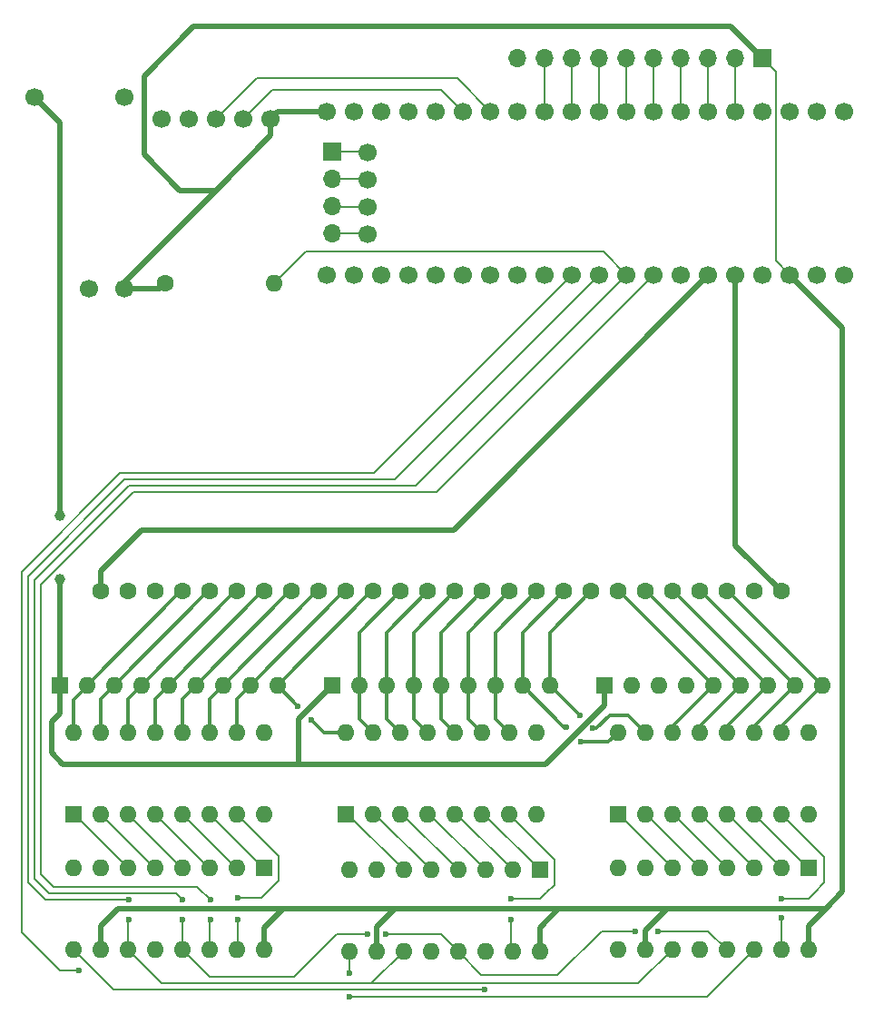
<source format=gbr>
%TF.GenerationSoftware,KiCad,Pcbnew,8.0.4*%
%TF.CreationDate,2024-08-28T21:50:12+12:00*%
%TF.ProjectId,OperationBaldr,4f706572-6174-4696-9f6e-42616c64722e,0.1.1*%
%TF.SameCoordinates,Original*%
%TF.FileFunction,Copper,L1,Top*%
%TF.FilePolarity,Positive*%
%FSLAX46Y46*%
G04 Gerber Fmt 4.6, Leading zero omitted, Abs format (unit mm)*
G04 Created by KiCad (PCBNEW 8.0.4) date 2024-08-28 21:50:12*
%MOMM*%
%LPD*%
G01*
G04 APERTURE LIST*
%TA.AperFunction,ComponentPad*%
%ADD10C,1.700000*%
%TD*%
%TA.AperFunction,ComponentPad*%
%ADD11R,1.600000X1.600000*%
%TD*%
%TA.AperFunction,ComponentPad*%
%ADD12O,1.600000X1.600000*%
%TD*%
%TA.AperFunction,ComponentPad*%
%ADD13C,1.600000*%
%TD*%
%TA.AperFunction,ComponentPad*%
%ADD14R,1.700000X1.700000*%
%TD*%
%TA.AperFunction,ComponentPad*%
%ADD15O,1.700000X1.700000*%
%TD*%
%TA.AperFunction,ViaPad*%
%ADD16C,1.000000*%
%TD*%
%TA.AperFunction,ViaPad*%
%ADD17C,0.600000*%
%TD*%
%TA.AperFunction,Conductor*%
%ADD18C,0.500000*%
%TD*%
%TA.AperFunction,Conductor*%
%ADD19C,0.300000*%
%TD*%
%TA.AperFunction,Conductor*%
%ADD20C,0.130000*%
%TD*%
%TA.AperFunction,Conductor*%
%ADD21C,0.200000*%
%TD*%
G04 APERTURE END LIST*
D10*
%TO.P,U2,1,B12*%
%TO.N,unconnected-(U2-B12-Pad1)*%
X188740000Y-53650000D03*
%TO.P,U2,2,B13*%
%TO.N,unconnected-(U2-B13-Pad2)*%
X186200000Y-53650000D03*
%TO.P,U2,3,B14*%
%TO.N,unconnected-(U2-B14-Pad3)*%
X183660000Y-53650000D03*
%TO.P,U2,4,B15*%
%TO.N,unconnected-(U2-B15-Pad4)*%
X181120000Y-53650000D03*
%TO.P,U2,5,A8*%
%TO.N,/P1*%
X178580000Y-53650000D03*
%TO.P,U2,6,A9*%
%TO.N,/P2*%
X176040000Y-53650000D03*
%TO.P,U2,7,A10*%
%TO.N,/P3*%
X173500000Y-53650000D03*
%TO.P,U2,8,A11*%
%TO.N,/P4*%
X170960000Y-53650000D03*
%TO.P,U2,9,A12*%
%TO.N,/P5*%
X168420000Y-53650000D03*
%TO.P,U2,10,A15*%
%TO.N,/P6*%
X165880000Y-53650000D03*
%TO.P,U2,11,B3*%
%TO.N,/P7*%
X163340000Y-53650000D03*
%TO.P,U2,12,B4*%
%TO.N,/P8*%
X160800000Y-53650000D03*
%TO.P,U2,13,B5*%
%TO.N,unconnected-(U2-B5-Pad13)*%
X158260000Y-53650000D03*
%TO.P,U2,14,B6*%
%TO.N,/SCL*%
X155720000Y-53650000D03*
%TO.P,U2,15,B7*%
%TO.N,/SDA*%
X153180000Y-53650000D03*
%TO.P,U2,16,B8*%
%TO.N,unconnected-(U2-B8-Pad16)*%
X150640000Y-53650000D03*
%TO.P,U2,17,B9*%
%TO.N,unconnected-(U2-B9-Pad17)*%
X148100000Y-53650000D03*
%TO.P,U2,18,5V*%
%TO.N,unconnected-(U2-5V-Pad18)*%
X145560000Y-53650000D03*
%TO.P,U2,19,GND*%
%TO.N,GND*%
X143020000Y-53650000D03*
%TO.P,U2,20,3V3*%
%TO.N,+3V3*%
X140480000Y-53650000D03*
%TO.P,U2,21,VBUS*%
%TO.N,unconnected-(U2-VBUS-Pad21)*%
X140480000Y-68890000D03*
%TO.P,U2,22,C13*%
%TO.N,unconnected-(U2-C13-Pad22)*%
X143020000Y-68890000D03*
%TO.P,U2,23,C14*%
%TO.N,unconnected-(U2-C14-Pad23)*%
X145560000Y-68890000D03*
%TO.P,U2,24,C15*%
%TO.N,unconnected-(U2-C15-Pad24)*%
X148100000Y-68890000D03*
%TO.P,U2,25,R*%
%TO.N,unconnected-(U2-R-Pad25)*%
X150640000Y-68890000D03*
%TO.P,U2,26,A0*%
%TO.N,unconnected-(U2-A0-Pad26)*%
X153180000Y-68890000D03*
%TO.P,U2,27,A1*%
%TO.N,unconnected-(U2-A1-Pad27)*%
X155720000Y-68890000D03*
%TO.P,U2,28,A2*%
%TO.N,unconnected-(U2-A2-Pad28)*%
X158260000Y-68890000D03*
%TO.P,U2,29,A3*%
%TO.N,unconnected-(U2-A3-Pad29)*%
X160800000Y-68890000D03*
%TO.P,U2,30,A4*%
%TO.N,LATCH*%
X163340000Y-68890000D03*
%TO.P,U2,31,A5*%
%TO.N,CLK*%
X165880000Y-68890000D03*
%TO.P,U2,32,A6*%
%TO.N,OE*%
X168420000Y-68890000D03*
%TO.P,U2,33,A7*%
%TO.N,SER*%
X170960000Y-68890000D03*
%TO.P,U2,34,B0*%
%TO.N,unconnected-(U2-B0-Pad34)*%
X173500000Y-68890000D03*
%TO.P,U2,35,B1*%
%TO.N,FILAMENT_1*%
X176040000Y-68890000D03*
%TO.P,U2,36,B2*%
%TO.N,FILAMENT_2*%
X178580000Y-68890000D03*
%TO.P,U2,37,B10*%
%TO.N,unconnected-(U2-B10-Pad37)*%
X181120000Y-68890000D03*
%TO.P,U2,38,3V3*%
%TO.N,+3V3*%
X183660000Y-68890000D03*
%TO.P,U2,39,GND*%
%TO.N,GND*%
X186200000Y-68890000D03*
%TO.P,U2,40,5V*%
%TO.N,unconnected-(U2-5V-Pad40)*%
X188740000Y-68890000D03*
%TO.P,U2,41,3V3*%
%TO.N,/SW_3V3*%
X144290000Y-57460000D03*
%TO.P,U2,42,DIO*%
%TO.N,/SW_DIO*%
X144290000Y-60000000D03*
%TO.P,U2,43,SCK*%
%TO.N,/SW_SCK*%
X144290000Y-62540000D03*
%TO.P,U2,44,GND*%
%TO.N,/SW_GND*%
X144290000Y-65080000D03*
%TD*%
D11*
%TO.P,U4,1,I1*%
%TO.N,GRID_SIGNAL_1*%
X116830000Y-119200000D03*
D12*
%TO.P,U4,2,I2*%
%TO.N,SIGNAL_G*%
X119370000Y-119200000D03*
%TO.P,U4,3,I3*%
%TO.N,GRID_SIGNAL_2*%
X121910000Y-119200000D03*
%TO.P,U4,4,I4*%
%TO.N,SIGNAL_F*%
X124450000Y-119200000D03*
%TO.P,U4,5,I5*%
%TO.N,GRID_SIGNAL_3*%
X126990000Y-119200000D03*
%TO.P,U4,6,I6*%
%TO.N,SIGNAL_E*%
X129530000Y-119200000D03*
%TO.P,U4,7,I7*%
%TO.N,GRID_SIGNAL_4*%
X132070000Y-119200000D03*
%TO.P,U4,8,GND*%
%TO.N,GND*%
X134610000Y-119200000D03*
%TO.P,U4,9,COM*%
%TO.N,unconnected-(U4-COM-Pad9)*%
X134610000Y-111580000D03*
%TO.P,U4,10,O7*%
%TO.N,GRID_4*%
X132070000Y-111580000D03*
%TO.P,U4,11,O6*%
%TO.N,E*%
X129530000Y-111580000D03*
%TO.P,U4,12,O5*%
%TO.N,GRID_3*%
X126990000Y-111580000D03*
%TO.P,U4,13,O4*%
%TO.N,F*%
X124450000Y-111580000D03*
%TO.P,U4,14,O3*%
%TO.N,GRID_2*%
X121910000Y-111580000D03*
%TO.P,U4,15,O2*%
%TO.N,G*%
X119370000Y-111580000D03*
%TO.P,U4,16,O1*%
%TO.N,GRID_1*%
X116830000Y-111580000D03*
%TD*%
D13*
%TO.P,U10,1,Filament_1*%
%TO.N,FILAMENT_1*%
X119380000Y-98425000D03*
%TO.P,U10,2,NC*%
%TO.N,unconnected-(U10-NC-Pad2)*%
X121920000Y-98425000D03*
%TO.P,U10,3,NC*%
%TO.N,unconnected-(U10-NC-Pad3)*%
X124460000Y-98425000D03*
%TO.P,U10,4,Grid_1*%
%TO.N,GRID_1*%
X127000000Y-98425000D03*
%TO.P,U10,5,G*%
%TO.N,G*%
X129540000Y-98425000D03*
%TO.P,U10,6,Grid_2*%
%TO.N,GRID_2*%
X132080000Y-98425000D03*
%TO.P,U10,7,F*%
%TO.N,F*%
X134620000Y-98425000D03*
%TO.P,U10,8,Grid_3*%
%TO.N,GRID_3*%
X137160000Y-98425000D03*
%TO.P,U10,9,E*%
%TO.N,E*%
X139700000Y-98425000D03*
%TO.P,U10,10,Grid_4*%
%TO.N,GRID_4*%
X142240000Y-98425000D03*
%TO.P,U10,11,D*%
%TO.N,D*%
X144780000Y-98425000D03*
%TO.P,U10,12,Grid_5*%
%TO.N,GRID_5*%
X147320000Y-98425000D03*
%TO.P,U10,13,C*%
%TO.N,C*%
X149860000Y-98425000D03*
%TO.P,U10,14,Grid_6*%
%TO.N,GRID_6*%
X152400000Y-98425000D03*
%TO.P,U10,15,DP*%
%TO.N,DP*%
X154940000Y-98425000D03*
%TO.P,U10,16,Grid_7*%
%TO.N,GRID_7*%
X157480000Y-98425000D03*
%TO.P,U10,17,Comma*%
%TO.N,COMMA*%
X160020000Y-98425000D03*
%TO.P,U10,18,Grid_8*%
%TO.N,GRID_8*%
X162560000Y-98425000D03*
%TO.P,U10,19,B*%
%TO.N,B*%
X165100000Y-98425000D03*
%TO.P,U10,20,Grid_9*%
%TO.N,GRID_9*%
X167640000Y-98425000D03*
%TO.P,U10,21,Grid_10*%
%TO.N,GRID_10*%
X170180000Y-98425000D03*
%TO.P,U10,22,A*%
%TO.N,A*%
X172720000Y-98425000D03*
%TO.P,U10,23,Grid_11*%
%TO.N,GRID_11*%
X175260000Y-98425000D03*
%TO.P,U10,24,Hyphen*%
%TO.N,HYPHEN*%
X177800000Y-98425000D03*
%TO.P,U10,25,NC*%
%TO.N,unconnected-(U10-NC-Pad25)*%
X180340000Y-98425000D03*
%TO.P,U10,26,Filament_2*%
%TO.N,FILAMENT_2*%
X182880000Y-98425000D03*
%TD*%
%TO.P,R1,1*%
%TO.N,+3V3*%
X125400000Y-69710000D03*
D12*
%TO.P,R1,2*%
%TO.N,OE*%
X135560000Y-69710000D03*
%TD*%
D11*
%TO.P,U8,1,QB*%
%TO.N,GRID_SIGNAL_11*%
X185410000Y-124200000D03*
D12*
%TO.P,U8,2,QC*%
%TO.N,SIGNAL_A*%
X182870000Y-124200000D03*
%TO.P,U8,3,QD*%
%TO.N,GRID_SIGNAL_10*%
X180330000Y-124200000D03*
%TO.P,U8,4,QE*%
%TO.N,GRID_SIGNAL_9*%
X177790000Y-124200000D03*
%TO.P,U8,5,QF*%
%TO.N,SIGNAL_B*%
X175250000Y-124200000D03*
%TO.P,U8,6,QG*%
%TO.N,GRID_SIGNAL_8*%
X172710000Y-124200000D03*
%TO.P,U8,7,QH*%
%TO.N,unconnected-(U8-QH-Pad7)*%
X170170000Y-124200000D03*
%TO.P,U8,8,GND*%
%TO.N,GND*%
X167630000Y-124200000D03*
%TO.P,U8,9,QH'*%
%TO.N,unconnected-(U8-QH'-Pad9)*%
X167630000Y-131820000D03*
%TO.P,U8,10,~{SRCLR}*%
%TO.N,+3V3*%
X170170000Y-131820000D03*
%TO.P,U8,11,SRCLK*%
%TO.N,CLK*%
X172710000Y-131820000D03*
%TO.P,U8,12,RCLK*%
%TO.N,LATCH*%
X175250000Y-131820000D03*
%TO.P,U8,13,~{OE}*%
%TO.N,OE*%
X177790000Y-131820000D03*
%TO.P,U8,14,SER*%
%TO.N,/SER_CHAIN_2*%
X180330000Y-131820000D03*
%TO.P,U8,15,QA*%
%TO.N,SIGNAL_HYPHEN*%
X182870000Y-131820000D03*
%TO.P,U8,16,VCC*%
%TO.N,+3V3*%
X185410000Y-131820000D03*
%TD*%
D10*
%TO.P,U3,1,3V3*%
%TO.N,+3V3*%
X135260000Y-54330000D03*
%TO.P,U3,2,SDA*%
%TO.N,/SDA*%
X132720000Y-54330000D03*
%TO.P,U3,3,SCL*%
%TO.N,/SCL*%
X130180000Y-54330000D03*
%TO.P,U3,4,NC*%
%TO.N,unconnected-(U3-NC-Pad4)*%
X127640000Y-54330000D03*
%TO.P,U3,5,GND*%
%TO.N,GND*%
X125100000Y-54330000D03*
%TD*%
D11*
%TO.P,RN3,1,common*%
%TO.N,12V*%
X115555000Y-107200000D03*
D12*
%TO.P,RN3,2,R1*%
%TO.N,GRID_1*%
X118095000Y-107200000D03*
%TO.P,RN3,3,R2*%
%TO.N,G*%
X120635000Y-107200000D03*
%TO.P,RN3,4,R3*%
%TO.N,GRID_2*%
X123175000Y-107200000D03*
%TO.P,RN3,5,R4*%
%TO.N,F*%
X125715000Y-107200000D03*
%TO.P,RN3,6,R5*%
%TO.N,GRID_3*%
X128255000Y-107200000D03*
%TO.P,RN3,7,R6*%
%TO.N,E*%
X130795000Y-107200000D03*
%TO.P,RN3,8,R7*%
%TO.N,GRID_4*%
X133335000Y-107200000D03*
%TO.P,RN3,9,R8*%
%TO.N,D*%
X135875000Y-107200000D03*
%TD*%
D11*
%TO.P,U5,1,I1*%
%TO.N,SIGNAL_D*%
X142230000Y-119200000D03*
D12*
%TO.P,U5,2,I2*%
%TO.N,GRID_SIGNAL_5*%
X144770000Y-119200000D03*
%TO.P,U5,3,I3*%
%TO.N,SIGNAL_C*%
X147310000Y-119200000D03*
%TO.P,U5,4,I4*%
%TO.N,GRID_SIGNAL_6*%
X149850000Y-119200000D03*
%TO.P,U5,5,I5*%
%TO.N,SIGNAL_DP*%
X152390000Y-119200000D03*
%TO.P,U5,6,I6*%
%TO.N,GRID_SIGNAL_7*%
X154930000Y-119200000D03*
%TO.P,U5,7,I7*%
%TO.N,SIGNAL_COMMA*%
X157470000Y-119200000D03*
%TO.P,U5,8,GND*%
%TO.N,GND*%
X160010000Y-119200000D03*
%TO.P,U5,9,COM*%
%TO.N,unconnected-(U5-COM-Pad9)*%
X160010000Y-111580000D03*
%TO.P,U5,10,O7*%
%TO.N,COMMA*%
X157470000Y-111580000D03*
%TO.P,U5,11,O6*%
%TO.N,GRID_7*%
X154930000Y-111580000D03*
%TO.P,U5,12,O5*%
%TO.N,DP*%
X152390000Y-111580000D03*
%TO.P,U5,13,O4*%
%TO.N,GRID_6*%
X149850000Y-111580000D03*
%TO.P,U5,14,O3*%
%TO.N,C*%
X147310000Y-111580000D03*
%TO.P,U5,15,O2*%
%TO.N,GRID_5*%
X144770000Y-111580000D03*
%TO.P,U5,16,O1*%
%TO.N,D*%
X142230000Y-111580000D03*
%TD*%
D11*
%TO.P,RN1,1,common*%
%TO.N,12V*%
X166355000Y-107200000D03*
D12*
%TO.P,RN1,2,R1*%
%TO.N,unconnected-(RN1-R1-Pad2)*%
X168895000Y-107200000D03*
%TO.P,RN1,3,R2*%
%TO.N,unconnected-(RN1-R2-Pad3)*%
X171435000Y-107200000D03*
%TO.P,RN1,4,R3*%
%TO.N,unconnected-(RN1-R3-Pad4)*%
X173975000Y-107200000D03*
%TO.P,RN1,5,R4*%
%TO.N,GRID_9*%
X176515000Y-107200000D03*
%TO.P,RN1,6,R5*%
%TO.N,GRID_10*%
X179055000Y-107200000D03*
%TO.P,RN1,7,R6*%
%TO.N,A*%
X181595000Y-107200000D03*
%TO.P,RN1,8,R7*%
%TO.N,GRID_11*%
X184135000Y-107200000D03*
%TO.P,RN1,9,R8*%
%TO.N,HYPHEN*%
X186675000Y-107200000D03*
%TD*%
D11*
%TO.P,U6,1,QB*%
%TO.N,SIGNAL_E*%
X134610000Y-124200000D03*
D12*
%TO.P,U6,2,QC*%
%TO.N,GRID_SIGNAL_3*%
X132070000Y-124200000D03*
%TO.P,U6,3,QD*%
%TO.N,SIGNAL_F*%
X129530000Y-124200000D03*
%TO.P,U6,4,QE*%
%TO.N,GRID_SIGNAL_2*%
X126990000Y-124200000D03*
%TO.P,U6,5,QF*%
%TO.N,SIGNAL_G*%
X124450000Y-124200000D03*
%TO.P,U6,6,QG*%
%TO.N,GRID_SIGNAL_1*%
X121910000Y-124200000D03*
%TO.P,U6,7,QH*%
%TO.N,unconnected-(U6-QH-Pad7)*%
X119370000Y-124200000D03*
%TO.P,U6,8,GND*%
%TO.N,GND*%
X116830000Y-124200000D03*
%TO.P,U6,9,QH'*%
%TO.N,/SER_CHAIN_1*%
X116830000Y-131820000D03*
%TO.P,U6,10,~{SRCLR}*%
%TO.N,+3V3*%
X119370000Y-131820000D03*
%TO.P,U6,11,SRCLK*%
%TO.N,CLK*%
X121910000Y-131820000D03*
%TO.P,U6,12,RCLK*%
%TO.N,LATCH*%
X124450000Y-131820000D03*
%TO.P,U6,13,~{OE}*%
%TO.N,OE*%
X126990000Y-131820000D03*
%TO.P,U6,14,SER*%
%TO.N,SER*%
X129530000Y-131820000D03*
%TO.P,U6,15,QA*%
%TO.N,GRID_SIGNAL_4*%
X132070000Y-131820000D03*
%TO.P,U6,16,VCC*%
%TO.N,+3V3*%
X134610000Y-131820000D03*
%TD*%
D10*
%TO.P,U1,1,GND*%
%TO.N,GND*%
X118255000Y-70210000D03*
%TO.P,U1,2,3V3*%
%TO.N,+3V3*%
X121605000Y-70210000D03*
%TO.P,U1,3,GND*%
%TO.N,GND*%
X121605000Y-52310000D03*
%TO.P,U1,4,12V*%
%TO.N,12V*%
X113215000Y-52310000D03*
%TD*%
D11*
%TO.P,U7,1,QB*%
%TO.N,GRID_SIGNAL_7*%
X160340000Y-124400000D03*
D12*
%TO.P,U7,2,QC*%
%TO.N,SIGNAL_DP*%
X157800000Y-124400000D03*
%TO.P,U7,3,QD*%
%TO.N,GRID_SIGNAL_6*%
X155260000Y-124400000D03*
%TO.P,U7,4,QE*%
%TO.N,SIGNAL_C*%
X152720000Y-124400000D03*
%TO.P,U7,5,QF*%
%TO.N,GRID_SIGNAL_5*%
X150180000Y-124400000D03*
%TO.P,U7,6,QG*%
%TO.N,SIGNAL_D*%
X147640000Y-124400000D03*
%TO.P,U7,7,QH*%
%TO.N,unconnected-(U7-QH-Pad7)*%
X145100000Y-124400000D03*
%TO.P,U7,8,GND*%
%TO.N,GND*%
X142560000Y-124400000D03*
%TO.P,U7,9,QH'*%
%TO.N,/SER_CHAIN_2*%
X142560000Y-132020000D03*
%TO.P,U7,10,~{SRCLR}*%
%TO.N,+3V3*%
X145100000Y-132020000D03*
%TO.P,U7,11,SRCLK*%
%TO.N,CLK*%
X147640000Y-132020000D03*
%TO.P,U7,12,RCLK*%
%TO.N,LATCH*%
X150180000Y-132020000D03*
%TO.P,U7,13,~{OE}*%
%TO.N,OE*%
X152720000Y-132020000D03*
%TO.P,U7,14,SER*%
%TO.N,/SER_CHAIN_1*%
X155260000Y-132020000D03*
%TO.P,U7,15,QA*%
%TO.N,SIGNAL_COMMA*%
X157800000Y-132020000D03*
%TO.P,U7,16,VCC*%
%TO.N,+3V3*%
X160340000Y-132020000D03*
%TD*%
D11*
%TO.P,U9,1,I1*%
%TO.N,GRID_SIGNAL_8*%
X167630000Y-119200000D03*
D12*
%TO.P,U9,2,I2*%
%TO.N,SIGNAL_B*%
X170170000Y-119200000D03*
%TO.P,U9,3,I3*%
%TO.N,GRID_SIGNAL_9*%
X172710000Y-119200000D03*
%TO.P,U9,4,I4*%
%TO.N,GRID_SIGNAL_10*%
X175250000Y-119200000D03*
%TO.P,U9,5,I5*%
%TO.N,SIGNAL_A*%
X177790000Y-119200000D03*
%TO.P,U9,6,I6*%
%TO.N,GRID_SIGNAL_11*%
X180330000Y-119200000D03*
%TO.P,U9,7,I7*%
%TO.N,SIGNAL_HYPHEN*%
X182870000Y-119200000D03*
%TO.P,U9,8,GND*%
%TO.N,GND*%
X185410000Y-119200000D03*
%TO.P,U9,9,COM*%
%TO.N,unconnected-(U9-COM-Pad9)*%
X185410000Y-111580000D03*
%TO.P,U9,10,O7*%
%TO.N,HYPHEN*%
X182870000Y-111580000D03*
%TO.P,U9,11,O6*%
%TO.N,GRID_11*%
X180330000Y-111580000D03*
%TO.P,U9,12,O5*%
%TO.N,A*%
X177790000Y-111580000D03*
%TO.P,U9,13,O4*%
%TO.N,GRID_10*%
X175250000Y-111580000D03*
%TO.P,U9,14,O3*%
%TO.N,GRID_9*%
X172710000Y-111580000D03*
%TO.P,U9,15,O2*%
%TO.N,B*%
X170170000Y-111580000D03*
%TO.P,U9,16,O1*%
%TO.N,GRID_8*%
X167630000Y-111580000D03*
%TD*%
D11*
%TO.P,RN2,1,common*%
%TO.N,12V*%
X140955000Y-107200000D03*
D12*
%TO.P,RN2,2,R1*%
%TO.N,GRID_5*%
X143495000Y-107200000D03*
%TO.P,RN2,3,R2*%
%TO.N,C*%
X146035000Y-107200000D03*
%TO.P,RN2,4,R3*%
%TO.N,GRID_6*%
X148575000Y-107200000D03*
%TO.P,RN2,5,R4*%
%TO.N,DP*%
X151115000Y-107200000D03*
%TO.P,RN2,6,R5*%
%TO.N,GRID_7*%
X153655000Y-107200000D03*
%TO.P,RN2,7,R6*%
%TO.N,COMMA*%
X156195000Y-107200000D03*
%TO.P,RN2,8,R7*%
%TO.N,GRID_8*%
X158735000Y-107200000D03*
%TO.P,RN2,9,R8*%
%TO.N,B*%
X161275000Y-107200000D03*
%TD*%
D14*
%TO.P,J1,1,Pin_1*%
%TO.N,+3V3*%
X181100000Y-48710000D03*
D15*
%TO.P,J1,2,Pin_2*%
%TO.N,/P1*%
X178560000Y-48710000D03*
%TO.P,J1,3,Pin_3*%
%TO.N,/P2*%
X176020000Y-48710000D03*
%TO.P,J1,4,Pin_4*%
%TO.N,/P3*%
X173480000Y-48710000D03*
%TO.P,J1,5,Pin_5*%
%TO.N,/P4*%
X170940000Y-48710000D03*
%TO.P,J1,6,Pin_6*%
%TO.N,/P5*%
X168400000Y-48710000D03*
%TO.P,J1,7,Pin_7*%
%TO.N,/P6*%
X165860000Y-48710000D03*
%TO.P,J1,8,Pin_8*%
%TO.N,/P7*%
X163320000Y-48710000D03*
%TO.P,J1,9,Pin_9*%
%TO.N,/P8*%
X160780000Y-48710000D03*
%TO.P,J1,10,Pin_10*%
%TO.N,GND*%
X158240000Y-48710000D03*
%TD*%
D14*
%TO.P,J2,1,Pin_1*%
%TO.N,/SW_3V3*%
X140955000Y-57450000D03*
D15*
%TO.P,J2,2,Pin_2*%
%TO.N,/SW_DIO*%
X140955000Y-59990000D03*
%TO.P,J2,3,Pin_3*%
%TO.N,/SW_SCK*%
X140955000Y-62530000D03*
%TO.P,J2,4,Pin_4*%
%TO.N,/SW_GND*%
X140955000Y-65070000D03*
%TD*%
D16*
%TO.N,12V*%
X115600000Y-97300000D03*
X115600000Y-91400000D03*
D17*
%TO.N,D*%
X139010000Y-110380000D03*
X137760000Y-109110000D03*
%TO.N,B*%
X165280331Y-111200331D03*
X164100000Y-109990000D03*
%TO.N,GRID_8*%
X162840000Y-111060000D03*
X164180000Y-112480000D03*
%TO.N,OE*%
X146000000Y-130400000D03*
X144300000Y-130400000D03*
X171400000Y-130100000D03*
X169300000Y-130100000D03*
X127000000Y-129000000D03*
X127000000Y-127200000D03*
%TO.N,GRID_SIGNAL_4*%
X132200000Y-129000000D03*
X132200000Y-127000000D03*
%TO.N,SIGNAL_COMMA*%
X157700000Y-127100000D03*
X157700000Y-129000000D03*
%TO.N,SIGNAL_HYPHEN*%
X182900000Y-128900000D03*
X182900000Y-127100000D03*
%TO.N,SER*%
X129600000Y-129000000D03*
X129600000Y-127200000D03*
%TO.N,LATCH*%
X117400000Y-133800000D03*
%TO.N,/SER_CHAIN_1*%
X155200000Y-135600000D03*
%TO.N,CLK*%
X122000000Y-129000000D03*
X122000000Y-127200000D03*
%TO.N,/SER_CHAIN_2*%
X142600000Y-134000000D03*
X142600000Y-136200000D03*
%TD*%
D18*
%TO.N,12V*%
X115600000Y-91400000D02*
X115600000Y-54695000D01*
X115555000Y-107200000D02*
X115555000Y-109785000D01*
X137840000Y-114520000D02*
X160900000Y-114520000D01*
X160900000Y-114520000D02*
X166355000Y-109065000D01*
X115555000Y-109785000D02*
X114800000Y-110540000D01*
X114800000Y-110540000D02*
X114800000Y-113500000D01*
X115555000Y-97345000D02*
X115600000Y-97300000D01*
X115600000Y-54695000D02*
X113215000Y-52310000D01*
X114800000Y-113500000D02*
X115820000Y-114520000D01*
X115820000Y-114520000D02*
X137840000Y-114520000D01*
X166355000Y-109065000D02*
X166355000Y-107200000D01*
X115555000Y-107200000D02*
X115555000Y-97345000D01*
X137840000Y-110315000D02*
X140955000Y-107200000D01*
X137840000Y-114520000D02*
X137840000Y-110315000D01*
D19*
%TO.N,GRID_2*%
X131950000Y-98425000D02*
X132080000Y-98425000D01*
X121910000Y-108465000D02*
X123175000Y-107200000D01*
X123175000Y-107200000D02*
X131950000Y-98425000D01*
X121910000Y-111580000D02*
X121910000Y-108465000D01*
%TO.N,GRID_3*%
X126990000Y-108465000D02*
X128255000Y-107200000D01*
X128255000Y-107200000D02*
X137030000Y-98425000D01*
X137030000Y-98425000D02*
X137160000Y-98425000D01*
X126990000Y-111580000D02*
X126990000Y-108465000D01*
%TO.N,GRID_1*%
X118095000Y-107295000D02*
X116830000Y-108560000D01*
X118095000Y-107200000D02*
X118095000Y-107295000D01*
X126870000Y-98425000D02*
X127000000Y-98425000D01*
X116830000Y-108560000D02*
X116830000Y-111580000D01*
X118095000Y-107200000D02*
X126870000Y-98425000D01*
%TO.N,F*%
X124450000Y-108465000D02*
X125715000Y-107200000D01*
X134490000Y-98425000D02*
X134620000Y-98425000D01*
X125715000Y-107200000D02*
X134490000Y-98425000D01*
X124450000Y-111580000D02*
X124450000Y-108465000D01*
%TO.N,E*%
X129530000Y-108465000D02*
X130795000Y-107200000D01*
X139570000Y-98425000D02*
X139700000Y-98425000D01*
X129530000Y-111580000D02*
X129530000Y-108465000D01*
X130795000Y-107200000D02*
X139570000Y-98425000D01*
%TO.N,GRID_4*%
X142110000Y-98425000D02*
X142240000Y-98425000D01*
X132070000Y-108465000D02*
X133335000Y-107200000D01*
X132070000Y-111580000D02*
X132070000Y-108465000D01*
X133335000Y-107200000D02*
X142110000Y-98425000D01*
%TO.N,D*%
X140210000Y-111580000D02*
X142230000Y-111580000D01*
X144650000Y-98425000D02*
X144780000Y-98425000D01*
X135875000Y-107200000D02*
X135875000Y-107225000D01*
X135875000Y-107225000D02*
X137760000Y-109110000D01*
X135875000Y-107200000D02*
X144650000Y-98425000D01*
X139010000Y-110380000D02*
X140210000Y-111580000D01*
%TO.N,G*%
X119370000Y-111580000D02*
X119370000Y-108465000D01*
X129410000Y-98425000D02*
X129540000Y-98425000D01*
X120635000Y-107200000D02*
X129410000Y-98425000D01*
X119370000Y-108465000D02*
X120635000Y-107200000D01*
%TO.N,GRID_7*%
X153655000Y-102250000D02*
X157480000Y-98425000D01*
X153655000Y-107200000D02*
X153655000Y-110305000D01*
X153655000Y-107200000D02*
X153655000Y-102250000D01*
X153655000Y-110305000D02*
X154930000Y-111580000D01*
%TO.N,GRID_6*%
X148575000Y-107200000D02*
X148575000Y-102250000D01*
X148575000Y-102250000D02*
X152400000Y-98425000D01*
X148575000Y-107200000D02*
X148575000Y-110305000D01*
X148575000Y-110305000D02*
X149850000Y-111580000D01*
%TO.N,B*%
X164065000Y-109990000D02*
X164100000Y-109990000D01*
X168580000Y-109990000D02*
X170170000Y-111580000D01*
X161275000Y-102250000D02*
X165100000Y-98425000D01*
X161275000Y-107200000D02*
X161275000Y-102250000D01*
X165649669Y-111200331D02*
X166860000Y-109990000D01*
X165280331Y-111200331D02*
X165649669Y-111200331D01*
X161275000Y-107200000D02*
X164065000Y-109990000D01*
X166860000Y-109990000D02*
X168580000Y-109990000D01*
%TO.N,GRID_8*%
X166730000Y-112480000D02*
X167630000Y-111580000D01*
X164180000Y-112480000D02*
X166730000Y-112480000D01*
X158735000Y-107200000D02*
X162595000Y-111060000D01*
X162595000Y-111060000D02*
X162840000Y-111060000D01*
X158735000Y-102250000D02*
X162560000Y-98425000D01*
X158735000Y-107200000D02*
X158735000Y-102250000D01*
%TO.N,COMMA*%
X156195000Y-107200000D02*
X156195000Y-110305000D01*
X156195000Y-102250000D02*
X160020000Y-98425000D01*
X156195000Y-107200000D02*
X156195000Y-102250000D01*
X156195000Y-110305000D02*
X157470000Y-111580000D01*
%TO.N,C*%
X146035000Y-102250000D02*
X149860000Y-98425000D01*
X146035000Y-107200000D02*
X146035000Y-102250000D01*
X147310000Y-111580000D02*
X146035000Y-110305000D01*
X146035000Y-110305000D02*
X146035000Y-107200000D01*
%TO.N,DP*%
X151115000Y-107200000D02*
X151115000Y-110305000D01*
X151115000Y-102250000D02*
X154940000Y-98425000D01*
X151115000Y-110305000D02*
X152390000Y-111580000D01*
X151115000Y-107200000D02*
X151115000Y-102250000D01*
%TO.N,GRID_5*%
X143495000Y-110305000D02*
X143495000Y-107200000D01*
X144770000Y-111580000D02*
X143495000Y-110305000D01*
X143495000Y-107200000D02*
X143495000Y-102250000D01*
X143495000Y-102250000D02*
X147320000Y-98425000D01*
%TO.N,GRID_10*%
X175250000Y-111005000D02*
X175250000Y-111580000D01*
X170280000Y-98425000D02*
X170180000Y-98425000D01*
X179055000Y-107200000D02*
X170280000Y-98425000D01*
X179055000Y-107200000D02*
X175250000Y-111005000D01*
%TO.N,A*%
X181595000Y-107200000D02*
X172820000Y-98425000D01*
X181595000Y-107200000D02*
X177790000Y-111005000D01*
X172820000Y-98425000D02*
X172720000Y-98425000D01*
X177790000Y-111005000D02*
X177790000Y-111580000D01*
%TO.N,GRID_11*%
X184135000Y-107200000D02*
X180330000Y-111005000D01*
X184135000Y-107200000D02*
X175360000Y-98425000D01*
X180330000Y-111005000D02*
X180330000Y-111580000D01*
X175360000Y-98425000D02*
X175260000Y-98425000D01*
%TO.N,GRID_9*%
X176515000Y-107200000D02*
X167740000Y-98425000D01*
X172710000Y-111005000D02*
X172710000Y-111580000D01*
X167740000Y-98425000D02*
X167640000Y-98425000D01*
X176515000Y-107200000D02*
X172710000Y-111005000D01*
%TO.N,HYPHEN*%
X177900000Y-98425000D02*
X177800000Y-98425000D01*
X186675000Y-107200000D02*
X182870000Y-111005000D01*
X182870000Y-111005000D02*
X182870000Y-111580000D01*
X186675000Y-107200000D02*
X177900000Y-98425000D01*
D18*
%TO.N,FILAMENT_2*%
X178610000Y-94155000D02*
X178610000Y-68940000D01*
X182880000Y-98425000D02*
X178610000Y-94155000D01*
%TO.N,FILAMENT_1*%
X119380000Y-98425000D02*
X119380000Y-96520000D01*
X152310000Y-92700000D02*
X176070000Y-68940000D01*
X119380000Y-96520000D02*
X123200000Y-92700000D01*
X123200000Y-92700000D02*
X152310000Y-92700000D01*
D20*
%TO.N,OE*%
X126400000Y-126600000D02*
X127000000Y-127200000D01*
X126990000Y-131820000D02*
X129520000Y-134350000D01*
X135560000Y-69710000D02*
X138520000Y-66750000D01*
X148790000Y-88600000D02*
X122000000Y-88600000D01*
X166260000Y-66750000D02*
X168450000Y-68940000D01*
X129520000Y-134350000D02*
X137450000Y-134350000D01*
X126990000Y-129010000D02*
X127000000Y-129000000D01*
X176070000Y-130100000D02*
X177790000Y-131820000D01*
X154900000Y-134200000D02*
X162000000Y-134200000D01*
X113200000Y-125200000D02*
X114600000Y-126600000D01*
X141400000Y-130400000D02*
X144300000Y-130400000D01*
X113200000Y-97400000D02*
X113200000Y-125200000D01*
X152720000Y-132020000D02*
X154900000Y-134200000D01*
X114600000Y-126600000D02*
X126400000Y-126600000D01*
X126990000Y-131820000D02*
X126990000Y-129010000D01*
X168450000Y-68940000D02*
X148790000Y-88600000D01*
X137450000Y-134350000D02*
X141400000Y-130400000D01*
X122000000Y-88600000D02*
X113200000Y-97400000D01*
X146000000Y-130400000D02*
X151100000Y-130400000D01*
X166000000Y-130200000D02*
X166100000Y-130100000D01*
X162000000Y-134200000D02*
X166000000Y-130200000D01*
X151100000Y-130400000D02*
X152720000Y-132020000D01*
X166100000Y-130100000D02*
X169300000Y-130100000D01*
X171400000Y-130100000D02*
X176070000Y-130100000D01*
X138520000Y-66750000D02*
X166260000Y-66750000D01*
D21*
%TO.N,SIGNAL_F*%
X124450000Y-119200000D02*
X129450000Y-124200000D01*
X129450000Y-124200000D02*
X129530000Y-124200000D01*
D20*
%TO.N,GRID_SIGNAL_4*%
X136000000Y-123130000D02*
X136000000Y-124600000D01*
X134400000Y-127000000D02*
X132200000Y-127000000D01*
X132200000Y-129000000D02*
X132200000Y-131690000D01*
X136000000Y-124600000D02*
X136000000Y-125400000D01*
X132200000Y-131690000D02*
X132070000Y-131820000D01*
X136000000Y-125400000D02*
X134400000Y-127000000D01*
X132070000Y-119200000D02*
X136000000Y-123130000D01*
D21*
%TO.N,SIGNAL_G*%
X124370000Y-124200000D02*
X124450000Y-124200000D01*
X119370000Y-119200000D02*
X124370000Y-124200000D01*
%TO.N,GRID_SIGNAL_3*%
X131990000Y-124200000D02*
X132070000Y-124200000D01*
X126990000Y-119200000D02*
X131990000Y-124200000D01*
%TO.N,GRID_SIGNAL_1*%
X116910000Y-119200000D02*
X121910000Y-124200000D01*
X116830000Y-119200000D02*
X116910000Y-119200000D01*
%TO.N,SIGNAL_E*%
X134530000Y-124200000D02*
X134610000Y-124200000D01*
X129530000Y-119200000D02*
X134530000Y-124200000D01*
%TO.N,GRID_SIGNAL_2*%
X126910000Y-124200000D02*
X126990000Y-124200000D01*
X121910000Y-119200000D02*
X126910000Y-124200000D01*
%TO.N,GRID_SIGNAL_6*%
X150060000Y-119200000D02*
X149850000Y-119200000D01*
X155260000Y-124400000D02*
X150060000Y-119200000D01*
%TO.N,GRID_SIGNAL_5*%
X150180000Y-124400000D02*
X144980000Y-119200000D01*
X144980000Y-119200000D02*
X144770000Y-119200000D01*
D20*
%TO.N,SIGNAL_COMMA*%
X157700000Y-131920000D02*
X157800000Y-132020000D01*
X161700000Y-125400000D02*
X161700000Y-125800000D01*
X160400000Y-127100000D02*
X157700000Y-127100000D01*
X161700000Y-125800000D02*
X161000000Y-126500000D01*
X157700000Y-129000000D02*
X157700000Y-131920000D01*
X157470000Y-119200000D02*
X161700000Y-123430000D01*
X161700000Y-123430000D02*
X161700000Y-125400000D01*
X161000000Y-126500000D02*
X160400000Y-127100000D01*
D21*
%TO.N,GRID_SIGNAL_7*%
X155140000Y-119200000D02*
X154930000Y-119200000D01*
X160340000Y-124400000D02*
X155140000Y-119200000D01*
%TO.N,SIGNAL_DP*%
X157800000Y-124400000D02*
X152600000Y-119200000D01*
X152600000Y-119200000D02*
X152390000Y-119200000D01*
%TO.N,SIGNAL_C*%
X152720000Y-124400000D02*
X147520000Y-119200000D01*
X147520000Y-119200000D02*
X147310000Y-119200000D01*
%TO.N,SIGNAL_D*%
X147640000Y-124400000D02*
X142440000Y-119200000D01*
X142440000Y-119200000D02*
X142230000Y-119200000D01*
%TO.N,GRID_SIGNAL_11*%
X185330000Y-124200000D02*
X180330000Y-119200000D01*
X185410000Y-124200000D02*
X185330000Y-124200000D01*
D20*
%TO.N,SIGNAL_HYPHEN*%
X186900000Y-125600000D02*
X185900000Y-126600000D01*
X182900000Y-128900000D02*
X182870000Y-128930000D01*
X186900000Y-123230000D02*
X186900000Y-124100000D01*
X186900000Y-124100000D02*
X186900000Y-125600000D01*
X182870000Y-119200000D02*
X186900000Y-123230000D01*
X185400000Y-127100000D02*
X182900000Y-127100000D01*
X185900000Y-126600000D02*
X185400000Y-127100000D01*
X182870000Y-128930000D02*
X182870000Y-131820000D01*
D21*
%TO.N,GRID_SIGNAL_8*%
X167710000Y-119200000D02*
X167630000Y-119200000D01*
X172710000Y-124200000D02*
X167710000Y-119200000D01*
%TO.N,SIGNAL_B*%
X170250000Y-119200000D02*
X170170000Y-119200000D01*
X175250000Y-124200000D02*
X170250000Y-119200000D01*
%TO.N,GRID_SIGNAL_9*%
X177790000Y-124200000D02*
X172790000Y-119200000D01*
X172790000Y-119200000D02*
X172710000Y-119200000D01*
%TO.N,GRID_SIGNAL_10*%
X175330000Y-119200000D02*
X175250000Y-119200000D01*
X180330000Y-124200000D02*
X175330000Y-119200000D01*
%TO.N,SIGNAL_A*%
X182870000Y-124200000D02*
X177870000Y-119200000D01*
X177870000Y-119200000D02*
X177790000Y-119200000D01*
D20*
%TO.N,SER*%
X128400000Y-126000000D02*
X115000000Y-126000000D01*
X113800000Y-97800000D02*
X122400000Y-89200000D01*
X129600000Y-127200000D02*
X128400000Y-126000000D01*
X150730000Y-89200000D02*
X170990000Y-68940000D01*
X129530000Y-131820000D02*
X129530000Y-129070000D01*
X113800000Y-124800000D02*
X113800000Y-97800000D01*
X115000000Y-126000000D02*
X113800000Y-124800000D01*
X129530000Y-129070000D02*
X129600000Y-129000000D01*
X122400000Y-89200000D02*
X150730000Y-89200000D01*
%TO.N,LATCH*%
X144910000Y-87400000D02*
X163370000Y-68940000D01*
X115600000Y-133800000D02*
X112000000Y-130200000D01*
X121200000Y-87400000D02*
X144910000Y-87400000D01*
X112000000Y-130200000D02*
X112000000Y-96600000D01*
X117400000Y-133800000D02*
X115600000Y-133800000D01*
X112000000Y-96600000D02*
X121200000Y-87400000D01*
D18*
%TO.N,+3V3*%
X135260000Y-55925000D02*
X135260000Y-54330000D01*
X145100000Y-132020000D02*
X145100000Y-129700000D01*
X121605000Y-69580000D02*
X121605000Y-70210000D01*
X145100000Y-129700000D02*
X146800000Y-128000000D01*
X140510000Y-53700000D02*
X135890000Y-53700000D01*
X130145000Y-61040000D02*
X126780000Y-61040000D01*
X178150000Y-45760000D02*
X181100000Y-48710000D01*
X185410000Y-131820000D02*
X185410000Y-129590000D01*
X146800000Y-128000000D02*
X162100000Y-128000000D01*
X123430000Y-57690000D02*
X123430000Y-50380000D01*
D20*
X182360000Y-49970000D02*
X181100000Y-48710000D01*
D18*
X121000000Y-128000000D02*
X136400000Y-128000000D01*
X160340000Y-129760000D02*
X162100000Y-128000000D01*
X130145000Y-61040000D02*
X135260000Y-55925000D01*
D20*
X183660000Y-68890000D02*
X182360000Y-67590000D01*
D18*
X172200000Y-128000000D02*
X187000000Y-128000000D01*
X160340000Y-132020000D02*
X160340000Y-129760000D01*
X134610000Y-129790000D02*
X136400000Y-128000000D01*
X170170000Y-130030000D02*
X172200000Y-128000000D01*
X130145000Y-61040000D02*
X121605000Y-69580000D01*
X136400000Y-128000000D02*
X146800000Y-128000000D01*
D20*
X182360000Y-67590000D02*
X182360000Y-49970000D01*
D18*
X188600000Y-126400000D02*
X188600000Y-73850000D01*
X185410000Y-129590000D02*
X187000000Y-128000000D01*
X126780000Y-61040000D02*
X123430000Y-57690000D01*
X135890000Y-53700000D02*
X135260000Y-54330000D01*
X188600000Y-73850000D02*
X183690000Y-68940000D01*
X120400000Y-128600000D02*
X121000000Y-128000000D01*
X128050000Y-45760000D02*
X178150000Y-45760000D01*
X121605000Y-70210000D02*
X124900000Y-70210000D01*
X162100000Y-128000000D02*
X172200000Y-128000000D01*
X124900000Y-70210000D02*
X125400000Y-69710000D01*
X187000000Y-128000000D02*
X188600000Y-126400000D01*
X123430000Y-50380000D02*
X128050000Y-45760000D01*
X119370000Y-129630000D02*
X120400000Y-128600000D01*
X119370000Y-131820000D02*
X119370000Y-129630000D01*
X134610000Y-131820000D02*
X134610000Y-129790000D01*
X170170000Y-131820000D02*
X170170000Y-130030000D01*
D20*
%TO.N,/SER_CHAIN_1*%
X116830000Y-131820000D02*
X120610000Y-135600000D01*
X120610000Y-135600000D02*
X154600000Y-135600000D01*
X154600000Y-135600000D02*
X155200000Y-135600000D01*
%TO.N,CLK*%
X125090000Y-135000000D02*
X144660000Y-135000000D01*
X144660000Y-135000000D02*
X147640000Y-132020000D01*
X169530000Y-135000000D02*
X172710000Y-131820000D01*
X122000000Y-127200000D02*
X114200000Y-127200000D01*
X121910000Y-131820000D02*
X121910000Y-129090000D01*
X144660000Y-135000000D02*
X169530000Y-135000000D01*
X112600000Y-125600000D02*
X112600000Y-97000000D01*
X114200000Y-127200000D02*
X112600000Y-125600000D01*
X121910000Y-129090000D02*
X122000000Y-129000000D01*
X121600000Y-88000000D02*
X146850000Y-88000000D01*
X121910000Y-131820000D02*
X125090000Y-135000000D01*
X112600000Y-97000000D02*
X121600000Y-88000000D01*
X146850000Y-88000000D02*
X165910000Y-68940000D01*
%TO.N,/SER_CHAIN_2*%
X142600000Y-136200000D02*
X175950000Y-136200000D01*
X142560000Y-132020000D02*
X142560000Y-133960000D01*
X175950000Y-136200000D02*
X180330000Y-131820000D01*
X142560000Y-133960000D02*
X142600000Y-134000000D01*
%TO.N,/SDA*%
X151160000Y-51650000D02*
X153210000Y-53700000D01*
X135400000Y-51650000D02*
X151160000Y-51650000D01*
X132720000Y-54330000D02*
X135400000Y-51650000D01*
%TO.N,/SCL*%
X133930000Y-50580000D02*
X152630000Y-50580000D01*
X130180000Y-54330000D02*
X133930000Y-50580000D01*
X152630000Y-50580000D02*
X155750000Y-53700000D01*
%TO.N,/P8*%
X160830000Y-53680000D02*
X160800000Y-53650000D01*
X160820000Y-53690000D02*
X160830000Y-53700000D01*
X160800000Y-48730000D02*
X160780000Y-48710000D01*
X160800000Y-53650000D02*
X160800000Y-48730000D01*
%TO.N,/P1*%
X178610000Y-53680000D02*
X178580000Y-53650000D01*
X178600000Y-53690000D02*
X178610000Y-53700000D01*
X178580000Y-48730000D02*
X178560000Y-48710000D01*
X178580000Y-53650000D02*
X178580000Y-48730000D01*
%TO.N,/P7*%
X163340000Y-48730000D02*
X163320000Y-48710000D01*
X163360000Y-53690000D02*
X163370000Y-53700000D01*
X163340000Y-53650000D02*
X163340000Y-48730000D01*
X163370000Y-53680000D02*
X163340000Y-53650000D01*
%TO.N,/P3*%
X173530000Y-53680000D02*
X173500000Y-53650000D01*
X173500000Y-53650000D02*
X173500000Y-48730000D01*
X173500000Y-48730000D02*
X173480000Y-48710000D01*
X173520000Y-53690000D02*
X173530000Y-53700000D01*
%TO.N,/P5*%
X168450000Y-53680000D02*
X168420000Y-53650000D01*
X168420000Y-53650000D02*
X168420000Y-48730000D01*
X168440000Y-53690000D02*
X168450000Y-53700000D01*
X168420000Y-48730000D02*
X168400000Y-48710000D01*
%TO.N,/P6*%
X165900000Y-53690000D02*
X165910000Y-53700000D01*
X165880000Y-48730000D02*
X165860000Y-48710000D01*
X165910000Y-53680000D02*
X165880000Y-53650000D01*
X165880000Y-53650000D02*
X165880000Y-48730000D01*
%TO.N,/P4*%
X170960000Y-48730000D02*
X170940000Y-48710000D01*
X170980000Y-53690000D02*
X170990000Y-53700000D01*
X170960000Y-53650000D02*
X170960000Y-48730000D01*
X170990000Y-53680000D02*
X170960000Y-53650000D01*
%TO.N,/P2*%
X176060000Y-53690000D02*
X176070000Y-53700000D01*
X176040000Y-48730000D02*
X176020000Y-48710000D01*
X176040000Y-53650000D02*
X176040000Y-48730000D01*
X176070000Y-53680000D02*
X176040000Y-53650000D01*
%TO.N,/SW_DIO*%
X144280000Y-59990000D02*
X144290000Y-60000000D01*
X140955000Y-59990000D02*
X144280000Y-59990000D01*
%TO.N,/SW_SCK*%
X144290000Y-62540000D02*
X140965000Y-62540000D01*
X140965000Y-62540000D02*
X140955000Y-62530000D01*
%TO.N,/SW_GND*%
X140955000Y-65070000D02*
X144280000Y-65070000D01*
X144280000Y-65070000D02*
X144290000Y-65080000D01*
%TO.N,/SW_3V3*%
X144310000Y-57480000D02*
X144290000Y-57460000D01*
X144280000Y-57450000D02*
X144290000Y-57460000D01*
X140955000Y-57450000D02*
X144280000Y-57450000D01*
%TD*%
M02*

</source>
